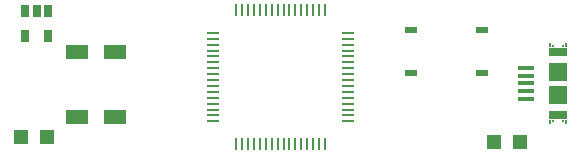
<source format=gtp>
G04 #@! TF.FileFunction,Paste,Top*
%FSLAX46Y46*%
G04 Gerber Fmt 4.6, Leading zero omitted, Abs format (unit mm)*
G04 Created by KiCad (PCBNEW 4.0.6) date 10/14/17 17:52:05*
%MOMM*%
%LPD*%
G01*
G04 APERTURE LIST*
%ADD10C,0.150000*%
%ADD11R,1.000000X0.250000*%
%ADD12R,0.250000X1.000000*%
%ADD13R,1.350000X0.400000*%
%ADD14R,1.550000X0.750000*%
%ADD15R,0.200000X0.450000*%
%ADD16R,0.250000X0.200000*%
%ADD17R,1.550000X1.500000*%
%ADD18R,0.650000X1.060000*%
%ADD19R,1.000000X0.600000*%
%ADD20R,1.200000X1.200000*%
%ADD21R,1.900000X1.300000*%
G04 APERTURE END LIST*
D10*
D11*
X34152600Y-19110000D03*
X34152600Y-19610000D03*
X34152600Y-20110000D03*
X34152600Y-20610000D03*
X34152600Y-21110000D03*
X34152600Y-21610000D03*
X34152600Y-22110000D03*
X34152600Y-22610000D03*
X34152600Y-23110000D03*
X34152600Y-23610000D03*
X34152600Y-24110000D03*
X34152600Y-24610000D03*
X34152600Y-25110000D03*
X34152600Y-25610000D03*
X34152600Y-26110000D03*
X34152600Y-26610000D03*
D12*
X36102600Y-28560000D03*
X36602600Y-28560000D03*
X37102600Y-28560000D03*
X37602600Y-28560000D03*
X38102600Y-28560000D03*
X38602600Y-28560000D03*
X39102600Y-28560000D03*
X39602600Y-28560000D03*
X40102600Y-28560000D03*
X40602600Y-28560000D03*
X41102600Y-28560000D03*
X41602600Y-28560000D03*
X42102600Y-28560000D03*
X42602600Y-28560000D03*
X43102600Y-28560000D03*
X43602600Y-28560000D03*
D11*
X45552600Y-26610000D03*
X45552600Y-26110000D03*
X45552600Y-25610000D03*
X45552600Y-25110000D03*
X45552600Y-24610000D03*
X45552600Y-24110000D03*
X45552600Y-23610000D03*
X45552600Y-23110000D03*
X45552600Y-22610000D03*
X45552600Y-22110000D03*
X45552600Y-21610000D03*
X45552600Y-21110000D03*
X45552600Y-20610000D03*
X45552600Y-20110000D03*
X45552600Y-19610000D03*
X45552600Y-19110000D03*
D12*
X43602600Y-17160000D03*
X43102600Y-17160000D03*
X42602600Y-17160000D03*
X42102600Y-17160000D03*
X41602600Y-17160000D03*
X41102600Y-17160000D03*
X40602600Y-17160000D03*
X40102600Y-17160000D03*
X39602600Y-17160000D03*
X39102600Y-17160000D03*
X38602600Y-17160000D03*
X38102600Y-17160000D03*
X37602600Y-17160000D03*
X37102600Y-17160000D03*
X36602600Y-17160000D03*
X36102600Y-17160000D03*
D13*
X60647600Y-23393400D03*
X60647600Y-22743400D03*
X60647600Y-22093400D03*
X60647600Y-24043400D03*
X60647600Y-24693400D03*
D14*
X63347600Y-26068400D03*
D15*
X62672600Y-26668400D03*
D16*
X62897600Y-26543400D03*
X63797600Y-26543400D03*
D15*
X64022600Y-26668400D03*
X62672600Y-20118400D03*
D16*
X62897600Y-20243400D03*
X63797600Y-20243400D03*
D15*
X64022600Y-20118400D03*
D17*
X63347600Y-22393400D03*
X63347600Y-24393400D03*
D14*
X63347600Y-20718400D03*
D18*
X20152400Y-17221200D03*
X19202400Y-17221200D03*
X18252400Y-17221200D03*
X18252400Y-19421200D03*
X20152400Y-19421200D03*
D19*
X56896000Y-18846800D03*
X50896000Y-22546800D03*
X56896000Y-22546800D03*
X50896000Y-18846800D03*
D20*
X17866000Y-27940000D03*
X20066000Y-27940000D03*
X57912000Y-28346400D03*
X60112000Y-28346400D03*
D21*
X25806000Y-26251800D03*
X25806000Y-20751800D03*
X22606000Y-20751800D03*
X22606000Y-26251800D03*
M02*

</source>
